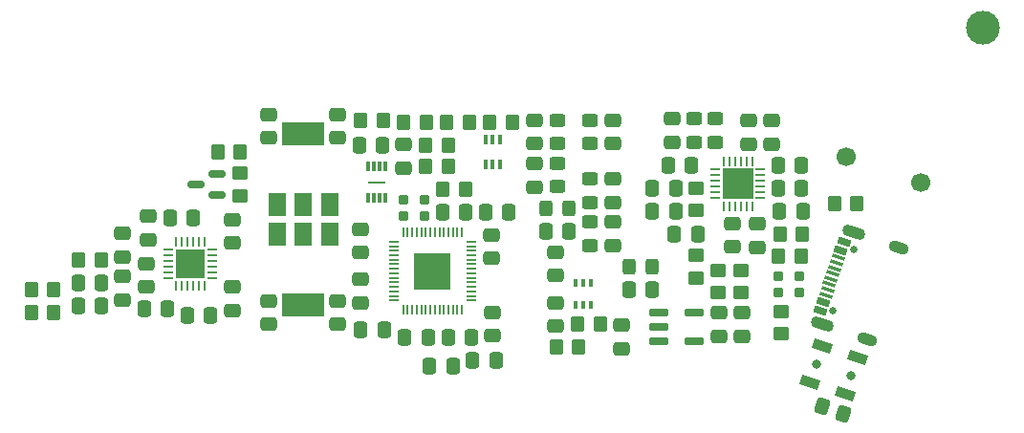
<source format=gbs>
%TF.GenerationSoftware,KiCad,Pcbnew,7.0.6*%
%TF.CreationDate,2023-07-20T08:42:54+02:00*%
%TF.ProjectId,dc_sdr,64635f73-6472-42e6-9b69-6361645f7063,rev?*%
%TF.SameCoordinates,Original*%
%TF.FileFunction,Soldermask,Bot*%
%TF.FilePolarity,Negative*%
%FSLAX46Y46*%
G04 Gerber Fmt 4.6, Leading zero omitted, Abs format (unit mm)*
G04 Created by KiCad (PCBNEW 7.0.6) date 2023-07-20 08:42:54*
%MOMM*%
%LPD*%
G01*
G04 APERTURE LIST*
G04 Aperture macros list*
%AMRoundRect*
0 Rectangle with rounded corners*
0 $1 Rounding radius*
0 $2 $3 $4 $5 $6 $7 $8 $9 X,Y pos of 4 corners*
0 Add a 4 corners polygon primitive as box body*
4,1,4,$2,$3,$4,$5,$6,$7,$8,$9,$2,$3,0*
0 Add four circle primitives for the rounded corners*
1,1,$1+$1,$2,$3*
1,1,$1+$1,$4,$5*
1,1,$1+$1,$6,$7*
1,1,$1+$1,$8,$9*
0 Add four rect primitives between the rounded corners*
20,1,$1+$1,$2,$3,$4,$5,0*
20,1,$1+$1,$4,$5,$6,$7,0*
20,1,$1+$1,$6,$7,$8,$9,0*
20,1,$1+$1,$8,$9,$2,$3,0*%
%AMHorizOval*
0 Thick line with rounded ends*
0 $1 width*
0 $2 $3 position (X,Y) of the first rounded end (center of the circle)*
0 $4 $5 position (X,Y) of the second rounded end (center of the circle)*
0 Add line between two ends*
20,1,$1,$2,$3,$4,$5,0*
0 Add two circle primitives to create the rounded ends*
1,1,$1,$2,$3*
1,1,$1,$4,$5*%
%AMRotRect*
0 Rectangle, with rotation*
0 The origin of the aperture is its center*
0 $1 length*
0 $2 width*
0 $3 Rotation angle, in degrees counterclockwise*
0 Add horizontal line*
21,1,$1,$2,0,0,$3*%
G04 Aperture macros list end*
%ADD10C,1.700000*%
%ADD11C,3.000000*%
%ADD12RoundRect,0.250000X-0.450000X0.325000X-0.450000X-0.325000X0.450000X-0.325000X0.450000X0.325000X0*%
%ADD13RoundRect,0.250000X0.337500X0.475000X-0.337500X0.475000X-0.337500X-0.475000X0.337500X-0.475000X0*%
%ADD14RoundRect,0.250000X0.350000X0.450000X-0.350000X0.450000X-0.350000X-0.450000X0.350000X-0.450000X0*%
%ADD15RoundRect,0.050000X-0.387500X-0.050000X0.387500X-0.050000X0.387500X0.050000X-0.387500X0.050000X0*%
%ADD16RoundRect,0.050000X-0.050000X-0.387500X0.050000X-0.387500X0.050000X0.387500X-0.050000X0.387500X0*%
%ADD17R,3.200000X3.200000*%
%ADD18RoundRect,0.250000X-0.337500X-0.475000X0.337500X-0.475000X0.337500X0.475000X-0.337500X0.475000X0*%
%ADD19RoundRect,0.250000X-0.475000X0.337500X-0.475000X-0.337500X0.475000X-0.337500X0.475000X0.337500X0*%
%ADD20RoundRect,0.250000X-0.450000X0.350000X-0.450000X-0.350000X0.450000X-0.350000X0.450000X0.350000X0*%
%ADD21R,0.300000X0.900000*%
%ADD22R,1.650000X0.250000*%
%ADD23RoundRect,0.250000X0.450000X-0.325000X0.450000X0.325000X-0.450000X0.325000X-0.450000X-0.325000X0*%
%ADD24RoundRect,0.250000X0.475000X-0.337500X0.475000X0.337500X-0.475000X0.337500X-0.475000X-0.337500X0*%
%ADD25RoundRect,0.062500X0.325000X0.062500X-0.325000X0.062500X-0.325000X-0.062500X0.325000X-0.062500X0*%
%ADD26RoundRect,0.062500X0.062500X0.325000X-0.062500X0.325000X-0.062500X-0.325000X0.062500X-0.325000X0*%
%ADD27R,2.800000X2.800000*%
%ADD28RoundRect,0.250000X-0.325000X-0.450000X0.325000X-0.450000X0.325000X0.450000X-0.325000X0.450000X0*%
%ADD29RoundRect,0.250000X-0.350000X-0.450000X0.350000X-0.450000X0.350000X0.450000X-0.350000X0.450000X0*%
%ADD30RoundRect,0.250000X0.450000X-0.350000X0.450000X0.350000X-0.450000X0.350000X-0.450000X-0.350000X0*%
%ADD31RoundRect,0.200000X-0.250000X0.200000X-0.250000X-0.200000X0.250000X-0.200000X0.250000X0.200000X0*%
%ADD32RoundRect,0.062500X0.375000X0.062500X-0.375000X0.062500X-0.375000X-0.062500X0.375000X-0.062500X0*%
%ADD33RoundRect,0.062500X0.062500X0.375000X-0.062500X0.375000X-0.062500X-0.375000X0.062500X-0.375000X0*%
%ADD34R,2.500000X2.500000*%
%ADD35RoundRect,0.250000X0.476347X0.313199X-0.186308X0.538785X-0.476347X-0.313199X0.186308X-0.538785X0*%
%ADD36R,0.400000X0.650000*%
%ADD37C,0.800000*%
%ADD38RotRect,0.900000X1.700000X71.200000*%
%ADD39RoundRect,0.200000X0.250000X-0.200000X0.250000X0.200000X-0.250000X0.200000X-0.250000X-0.200000X0*%
%ADD40R,1.500000X2.000000*%
%ADD41R,3.800000X2.000000*%
%ADD42RoundRect,0.150000X0.587500X0.150000X-0.587500X0.150000X-0.587500X-0.150000X0.587500X-0.150000X0*%
%ADD43RoundRect,0.190000X0.635000X0.190000X-0.635000X0.190000X-0.635000X-0.190000X0.635000X-0.190000X0*%
%ADD44C,0.650000*%
%ADD45RotRect,0.600000X1.150000X251.100000*%
%ADD46RotRect,0.300000X1.150000X251.100000*%
%ADD47HorizOval,1.000000X-0.378434X0.129567X0.378434X-0.129567X0*%
%ADD48HorizOval,1.000000X-0.520347X0.178155X0.520347X-0.178155X0*%
%ADD49R,0.400000X0.900000*%
G04 APERTURE END LIST*
D10*
%TO.C,J2*%
X210646623Y-85006664D03*
X204020078Y-82750804D03*
%TD*%
D11*
%TO.C,REF\u002A\u002A*%
X216154000Y-71247000D03*
%TD*%
D12*
%TO.C,L6*%
X181362250Y-88501000D03*
X181362250Y-90551000D03*
%TD*%
D13*
%TO.C,C47*%
X167010500Y-98679000D03*
X164935500Y-98679000D03*
%TD*%
D14*
%TO.C,R16*%
X170656000Y-79629000D03*
X168656000Y-79629000D03*
%TD*%
D13*
%TO.C,C8*%
X188899500Y-87521000D03*
X186824500Y-87521000D03*
%TD*%
D15*
%TO.C,U1*%
X163948500Y-95437000D03*
X163948500Y-95037000D03*
X163948500Y-94637000D03*
X163948500Y-94237000D03*
X163948500Y-93837000D03*
X163948500Y-93437000D03*
X163948500Y-93037000D03*
X163948500Y-92637000D03*
X163948500Y-92237000D03*
X163948500Y-91837000D03*
X163948500Y-91437000D03*
X163948500Y-91037000D03*
X163948500Y-90637000D03*
X163948500Y-90237000D03*
D16*
X164786000Y-89399500D03*
X165186000Y-89399500D03*
X165586000Y-89399500D03*
X165986000Y-89399500D03*
X166386000Y-89399500D03*
X166786000Y-89399500D03*
X167186000Y-89399500D03*
X167586000Y-89399500D03*
X167986000Y-89399500D03*
X168386000Y-89399500D03*
X168786000Y-89399500D03*
X169186000Y-89399500D03*
X169586000Y-89399500D03*
X169986000Y-89399500D03*
D15*
X170823500Y-90237000D03*
X170823500Y-90637000D03*
X170823500Y-91037000D03*
X170823500Y-91437000D03*
X170823500Y-91837000D03*
X170823500Y-92237000D03*
X170823500Y-92637000D03*
X170823500Y-93037000D03*
X170823500Y-93437000D03*
X170823500Y-93837000D03*
X170823500Y-94237000D03*
X170823500Y-94637000D03*
X170823500Y-95037000D03*
X170823500Y-95437000D03*
D16*
X169986000Y-96274500D03*
X169586000Y-96274500D03*
X169186000Y-96274500D03*
X168786000Y-96274500D03*
X168386000Y-96274500D03*
X167986000Y-96274500D03*
X167586000Y-96274500D03*
X167186000Y-96274500D03*
X166786000Y-96274500D03*
X166386000Y-96274500D03*
X165986000Y-96274500D03*
X165586000Y-96274500D03*
X165186000Y-96274500D03*
X164786000Y-96274500D03*
D17*
X167386000Y-92837000D03*
%TD*%
D18*
%TO.C,C16*%
X184763500Y-94488000D03*
X186838500Y-94488000D03*
%TD*%
D19*
%TO.C,C28*%
X139954000Y-93302000D03*
X139954000Y-95377000D03*
%TD*%
D20*
%TO.C,R5*%
X192688000Y-92760000D03*
X192688000Y-94760000D03*
%TD*%
D19*
%TO.C,C6*%
X197387000Y-79498500D03*
X197387000Y-81573500D03*
%TD*%
D13*
%TO.C,C27*%
X138070500Y-93853000D03*
X135995500Y-93853000D03*
%TD*%
D18*
%TO.C,C44*%
X161014500Y-98044000D03*
X163089500Y-98044000D03*
%TD*%
D19*
%TO.C,C19*%
X183394250Y-88488500D03*
X183394250Y-90563500D03*
%TD*%
D20*
%TO.C,R2*%
X198247000Y-96409000D03*
X198247000Y-98409000D03*
%TD*%
D19*
%TO.C,C50*%
X172704000Y-96490000D03*
X172704000Y-98565000D03*
%TD*%
%TO.C,C10*%
X188595000Y-79344500D03*
X188595000Y-81419500D03*
%TD*%
D21*
%TO.C,U8*%
X163183000Y-86363000D03*
X162683000Y-86363000D03*
X162183000Y-86363000D03*
X161683000Y-86363000D03*
X161683000Y-83563000D03*
X162183000Y-83563000D03*
X162683000Y-83563000D03*
X163183000Y-83563000D03*
D22*
X162433000Y-84963000D03*
%TD*%
D14*
%TO.C,R9*%
X182229000Y-97536000D03*
X180229000Y-97536000D03*
%TD*%
D23*
%TO.C,L9*%
X178435000Y-85374500D03*
X178435000Y-83324500D03*
%TD*%
D24*
%TO.C,C38*%
X152908000Y-81047500D03*
X152908000Y-78972500D03*
%TD*%
D25*
%TO.C,U3*%
X196424500Y-83840000D03*
X196424500Y-84340000D03*
X196424500Y-84840000D03*
X196424500Y-85340000D03*
X196424500Y-85840000D03*
X196424500Y-86340000D03*
D26*
X195687000Y-87077500D03*
X195187000Y-87077500D03*
X194687000Y-87077500D03*
X194187000Y-87077500D03*
X193687000Y-87077500D03*
X193187000Y-87077500D03*
D25*
X192449500Y-86340000D03*
X192449500Y-85840000D03*
X192449500Y-85340000D03*
X192449500Y-84840000D03*
X192449500Y-84340000D03*
X192449500Y-83840000D03*
D26*
X193187000Y-83102500D03*
X193687000Y-83102500D03*
X194187000Y-83102500D03*
X194687000Y-83102500D03*
X195187000Y-83102500D03*
X195687000Y-83102500D03*
D27*
X194437000Y-85090000D03*
%TD*%
D28*
%TO.C,L3*%
X184776000Y-92456000D03*
X186826000Y-92456000D03*
%TD*%
D13*
%TO.C,C26*%
X138070500Y-95885000D03*
X135995500Y-95885000D03*
%TD*%
%TO.C,C7*%
X188899500Y-85489000D03*
X186824500Y-85489000D03*
%TD*%
%TO.C,C33*%
X147742500Y-96774000D03*
X145667500Y-96774000D03*
%TD*%
D19*
%TO.C,C20*%
X183394250Y-84678500D03*
X183394250Y-86753500D03*
%TD*%
D18*
%TO.C,C48*%
X168761500Y-98679000D03*
X170836500Y-98679000D03*
%TD*%
D29*
%TO.C,R10*%
X178324000Y-99568000D03*
X180324000Y-99568000D03*
%TD*%
D30*
%TO.C,R3*%
X190754000Y-93456000D03*
X190754000Y-91456000D03*
%TD*%
D19*
%TO.C,C11*%
X195355000Y-79498500D03*
X195355000Y-81573500D03*
%TD*%
D31*
%TO.C,X2*%
X164810000Y-86524000D03*
X166660000Y-86524000D03*
X166660000Y-87974000D03*
X164810000Y-87974000D03*
%TD*%
D18*
%TO.C,C3*%
X198098500Y-87503000D03*
X200173500Y-87503000D03*
%TD*%
D24*
%TO.C,C46*%
X161036000Y-91207500D03*
X161036000Y-89132500D03*
%TD*%
%TO.C,C53*%
X164834000Y-83711500D03*
X164834000Y-81636500D03*
%TD*%
D14*
%TO.C,R18*%
X163036000Y-79502000D03*
X161036000Y-79502000D03*
%TD*%
D24*
%TO.C,C31*%
X142006000Y-94255500D03*
X142006000Y-92180500D03*
%TD*%
D13*
%TO.C,C54*%
X162950500Y-81661000D03*
X160875500Y-81661000D03*
%TD*%
D24*
%TO.C,C25*%
X184150000Y-99716500D03*
X184150000Y-97641500D03*
%TD*%
D13*
%TO.C,C1*%
X172995500Y-100711000D03*
X170920500Y-100711000D03*
%TD*%
D23*
%TO.C,L1*%
X192434000Y-81416000D03*
X192434000Y-79366000D03*
%TD*%
D24*
%TO.C,C30*%
X142240000Y-90064500D03*
X142240000Y-87989500D03*
%TD*%
D32*
%TO.C,U6*%
X147870500Y-90962000D03*
X147870500Y-91462000D03*
X147870500Y-91962000D03*
X147870500Y-92462000D03*
X147870500Y-92962000D03*
X147870500Y-93462000D03*
D33*
X147183000Y-94149500D03*
X146683000Y-94149500D03*
X146183000Y-94149500D03*
X145683000Y-94149500D03*
X145183000Y-94149500D03*
X144683000Y-94149500D03*
D32*
X143995500Y-93462000D03*
X143995500Y-92962000D03*
X143995500Y-92462000D03*
X143995500Y-91962000D03*
X143995500Y-91462000D03*
X143995500Y-90962000D03*
D33*
X144683000Y-90274500D03*
X145183000Y-90274500D03*
X145683000Y-90274500D03*
X146183000Y-90274500D03*
X146683000Y-90274500D03*
X147183000Y-90274500D03*
D34*
X145933000Y-92212000D03*
%TD*%
D23*
%TO.C,L2*%
X190529000Y-81416000D03*
X190529000Y-79366000D03*
%TD*%
D14*
%TO.C,R17*%
X166846000Y-79629000D03*
X164846000Y-79629000D03*
%TD*%
D24*
%TO.C,C17*%
X183388000Y-81555500D03*
X183388000Y-79480500D03*
%TD*%
D23*
%TO.C,L8*%
X178435000Y-81564500D03*
X178435000Y-79514500D03*
%TD*%
D18*
%TO.C,C18*%
X177397500Y-89281000D03*
X179472500Y-89281000D03*
%TD*%
D14*
%TO.C,R21*%
X138033000Y-91821000D03*
X136033000Y-91821000D03*
%TD*%
%TO.C,R8*%
X200136000Y-89535000D03*
X198136000Y-89535000D03*
%TD*%
D18*
%TO.C,C4*%
X188806000Y-89535000D03*
X190881000Y-89535000D03*
%TD*%
D13*
%TO.C,C52*%
X174138500Y-87630000D03*
X172063500Y-87630000D03*
%TD*%
D18*
%TO.C,C45*%
X168253500Y-87630000D03*
X170328500Y-87630000D03*
%TD*%
D29*
%TO.C,R22*%
X131842000Y-96510000D03*
X133842000Y-96510000D03*
%TD*%
D35*
%TO.C,R20*%
X203765649Y-105478266D03*
X201872351Y-104833734D03*
%TD*%
D18*
%TO.C,C2*%
X197993000Y-85471000D03*
X200068000Y-85471000D03*
%TD*%
D28*
%TO.C,L5*%
X177388500Y-87249000D03*
X179438500Y-87249000D03*
%TD*%
D29*
%TO.C,R19*%
X168291000Y-85598000D03*
X170291000Y-85598000D03*
%TD*%
D20*
%TO.C,R6*%
X194720000Y-92760000D03*
X194720000Y-94760000D03*
%TD*%
D19*
%TO.C,C23*%
X178292000Y-95631000D03*
X178292000Y-97706000D03*
%TD*%
D24*
%TO.C,C29*%
X139954000Y-91567000D03*
X139954000Y-89492000D03*
%TD*%
D23*
%TO.C,L4*%
X181356000Y-81543000D03*
X181356000Y-79493000D03*
%TD*%
D24*
%TO.C,C21*%
X176403000Y-81555500D03*
X176403000Y-79480500D03*
%TD*%
D29*
%TO.C,R13*%
X148352000Y-82296000D03*
X150352000Y-82296000D03*
%TD*%
%TO.C,R23*%
X131842000Y-94488000D03*
X133842000Y-94488000D03*
%TD*%
D19*
%TO.C,C24*%
X178308000Y-91164500D03*
X178308000Y-93239500D03*
%TD*%
D29*
%TO.C,R1*%
X202962000Y-86868000D03*
X204962000Y-86868000D03*
%TD*%
D19*
%TO.C,C14*%
X194749000Y-96550500D03*
X194749000Y-98625500D03*
%TD*%
D24*
%TO.C,C39*%
X159004000Y-81047500D03*
X159004000Y-78972500D03*
%TD*%
D14*
%TO.C,R12*%
X168767000Y-81661000D03*
X166767000Y-81661000D03*
%TD*%
D36*
%TO.C,U4*%
X181371000Y-95819000D03*
X180721000Y-95819000D03*
X180071000Y-95819000D03*
X180071000Y-93919000D03*
X180721000Y-93919000D03*
X181371000Y-93919000D03*
%TD*%
D19*
%TO.C,C34*%
X149626000Y-94232500D03*
X149626000Y-96307500D03*
%TD*%
D24*
%TO.C,C9*%
X193929000Y-90699500D03*
X193929000Y-88624500D03*
%TD*%
D37*
%TO.C,RESET1*%
X204470000Y-102108000D03*
D38*
X203922148Y-103717304D03*
X205017852Y-100498696D03*
%TD*%
D20*
%TO.C,R11*%
X150319500Y-84156000D03*
X150319500Y-86156000D03*
%TD*%
D14*
%TO.C,R7*%
X200038000Y-91544000D03*
X198038000Y-91544000D03*
%TD*%
D19*
%TO.C,C35*%
X149626000Y-88263500D03*
X149626000Y-90338500D03*
%TD*%
D12*
%TO.C,L7*%
X181362250Y-84691000D03*
X181362250Y-86741000D03*
%TD*%
D13*
%TO.C,C5*%
X190296500Y-83457000D03*
X188221500Y-83457000D03*
%TD*%
%TO.C,C43*%
X169185500Y-101219000D03*
X167110500Y-101219000D03*
%TD*%
D24*
%TO.C,C22*%
X176403000Y-85387000D03*
X176403000Y-83312000D03*
%TD*%
D13*
%TO.C,C12*%
X200068000Y-83439000D03*
X197993000Y-83439000D03*
%TD*%
D14*
%TO.C,R14*%
X168767000Y-83566000D03*
X166767000Y-83566000D03*
%TD*%
D24*
%TO.C,C15*%
X196117000Y-90717500D03*
X196117000Y-88642500D03*
%TD*%
D39*
%TO.C,X1*%
X199872000Y-94770000D03*
X198022000Y-94770000D03*
X198022000Y-93320000D03*
X199872000Y-93320000D03*
%TD*%
D20*
%TO.C,R4*%
X190732500Y-85487000D03*
X190732500Y-87487000D03*
%TD*%
D40*
%TO.C,U11*%
X158256000Y-86970000D03*
X155956000Y-86970000D03*
D41*
X155956000Y-80670000D03*
D40*
X153656000Y-86970000D03*
%TD*%
D37*
%TO.C,BOOT1*%
X201344164Y-101043879D03*
D38*
X200796312Y-102653183D03*
X201892016Y-99434575D03*
%TD*%
D19*
%TO.C,C37*%
X152908000Y-95482500D03*
X152908000Y-97557500D03*
%TD*%
D24*
%TO.C,C49*%
X172577000Y-91707000D03*
X172577000Y-89632000D03*
%TD*%
D19*
%TO.C,C13*%
X192717000Y-96550500D03*
X192717000Y-98625500D03*
%TD*%
D18*
%TO.C,C36*%
X144143500Y-88138000D03*
X146218500Y-88138000D03*
%TD*%
D24*
%TO.C,C51*%
X161036000Y-95652500D03*
X161036000Y-93577500D03*
%TD*%
D29*
%TO.C,R15*%
X172466000Y-79629000D03*
X174466000Y-79629000D03*
%TD*%
D42*
%TO.C,Q1*%
X148336000Y-84206000D03*
X148336000Y-86106000D03*
X146461000Y-85156000D03*
%TD*%
D40*
%TO.C,U7*%
X153656000Y-89560000D03*
X155956000Y-89560000D03*
D41*
X155956000Y-95860000D03*
D40*
X158256000Y-89560000D03*
%TD*%
D43*
%TO.C,TR2*%
X187386000Y-96520000D03*
X187386000Y-97790000D03*
X187386000Y-99060000D03*
X190566000Y-99060000D03*
X190566000Y-96520000D03*
%TD*%
D18*
%TO.C,C32*%
X141857500Y-96159000D03*
X143932500Y-96159000D03*
%TD*%
D44*
%TO.C,J1*%
X204719569Y-90910008D03*
X202847326Y-96378382D03*
D45*
X203802942Y-90268511D03*
X203543808Y-91025379D03*
D46*
X203171303Y-92113377D03*
X202847385Y-93059463D03*
X202685427Y-93532505D03*
X202361509Y-94478591D03*
D45*
X201989004Y-95566589D03*
X201729870Y-96323457D03*
X201729870Y-96323457D03*
X201989004Y-95566589D03*
D46*
X202199550Y-94951633D03*
X202523468Y-94005548D03*
X203009344Y-92586420D03*
X203333261Y-91640335D03*
D45*
X203543808Y-91025379D03*
X203802942Y-90268511D03*
D47*
X208664365Y-90749122D03*
D48*
X204709728Y-89395148D03*
D47*
X205865719Y-98923300D03*
D48*
X201911082Y-97569325D03*
%TD*%
D49*
%TO.C,U5*%
X173370000Y-83396000D03*
X172720000Y-83396000D03*
X172070000Y-83396000D03*
X172070000Y-81196000D03*
X172720000Y-81196000D03*
X173370000Y-81196000D03*
%TD*%
D19*
%TO.C,C42*%
X159004000Y-95482500D03*
X159004000Y-97557500D03*
%TD*%
M02*

</source>
